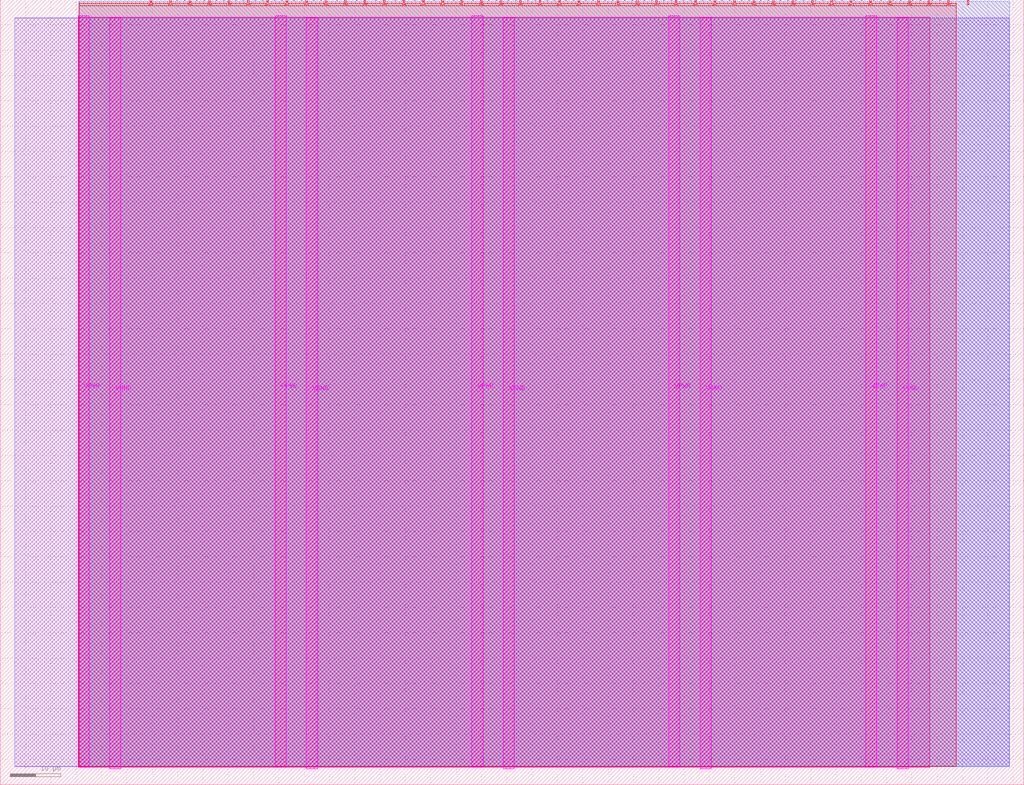
<source format=lef>
VERSION 5.7 ;
  NOWIREEXTENSIONATPIN ON ;
  DIVIDERCHAR "/" ;
  BUSBITCHARS "[]" ;
MACRO tt_um_luke_meta
  CLASS BLOCK ;
  FOREIGN tt_um_luke_meta ;
  ORIGIN 0.000 0.000 ;
  SIZE 202.080 BY 154.980 ;
  PIN VGND
    DIRECTION INOUT ;
    USE GROUND ;
    PORT
      LAYER TopMetal1 ;
        RECT 21.580 3.150 23.780 151.420 ;
    END
    PORT
      LAYER TopMetal1 ;
        RECT 60.450 3.150 62.650 151.420 ;
    END
    PORT
      LAYER TopMetal1 ;
        RECT 99.320 3.150 101.520 151.420 ;
    END
    PORT
      LAYER TopMetal1 ;
        RECT 138.190 3.150 140.390 151.420 ;
    END
    PORT
      LAYER TopMetal1 ;
        RECT 177.060 3.150 179.260 151.420 ;
    END
  END VGND
  PIN VPWR
    DIRECTION INOUT ;
    USE POWER ;
    PORT
      LAYER TopMetal1 ;
        RECT 15.380 3.560 17.580 151.830 ;
    END
    PORT
      LAYER TopMetal1 ;
        RECT 54.250 3.560 56.450 151.830 ;
    END
    PORT
      LAYER TopMetal1 ;
        RECT 93.120 3.560 95.320 151.830 ;
    END
    PORT
      LAYER TopMetal1 ;
        RECT 131.990 3.560 134.190 151.830 ;
    END
    PORT
      LAYER TopMetal1 ;
        RECT 170.860 3.560 173.060 151.830 ;
    END
  END VPWR
  PIN clk
    DIRECTION INPUT ;
    USE SIGNAL ;
    ANTENNAGATEAREA 0.725400 ;
    PORT
      LAYER Metal4 ;
        RECT 187.050 153.980 187.350 154.980 ;
    END
  END clk
  PIN ena
    DIRECTION INPUT ;
    USE SIGNAL ;
    PORT
      LAYER Metal4 ;
        RECT 190.890 153.980 191.190 154.980 ;
    END
  END ena
  PIN rst_n
    DIRECTION INPUT ;
    USE SIGNAL ;
    ANTENNAGATEAREA 0.180700 ;
    PORT
      LAYER Metal4 ;
        RECT 183.210 153.980 183.510 154.980 ;
    END
  END rst_n
  PIN ui_in[0]
    DIRECTION INPUT ;
    USE SIGNAL ;
    ANTENNAGATEAREA 0.180700 ;
    PORT
      LAYER Metal4 ;
        RECT 179.370 153.980 179.670 154.980 ;
    END
  END ui_in[0]
  PIN ui_in[1]
    DIRECTION INPUT ;
    USE SIGNAL ;
    ANTENNAGATEAREA 0.180700 ;
    PORT
      LAYER Metal4 ;
        RECT 175.530 153.980 175.830 154.980 ;
    END
  END ui_in[1]
  PIN ui_in[2]
    DIRECTION INPUT ;
    USE SIGNAL ;
    ANTENNAGATEAREA 0.180700 ;
    PORT
      LAYER Metal4 ;
        RECT 171.690 153.980 171.990 154.980 ;
    END
  END ui_in[2]
  PIN ui_in[3]
    DIRECTION INPUT ;
    USE SIGNAL ;
    ANTENNAGATEAREA 0.180700 ;
    PORT
      LAYER Metal4 ;
        RECT 167.850 153.980 168.150 154.980 ;
    END
  END ui_in[3]
  PIN ui_in[4]
    DIRECTION INPUT ;
    USE SIGNAL ;
    ANTENNAGATEAREA 0.180700 ;
    PORT
      LAYER Metal4 ;
        RECT 164.010 153.980 164.310 154.980 ;
    END
  END ui_in[4]
  PIN ui_in[5]
    DIRECTION INPUT ;
    USE SIGNAL ;
    ANTENNAGATEAREA 0.180700 ;
    PORT
      LAYER Metal4 ;
        RECT 160.170 153.980 160.470 154.980 ;
    END
  END ui_in[5]
  PIN ui_in[6]
    DIRECTION INPUT ;
    USE SIGNAL ;
    ANTENNAGATEAREA 0.180700 ;
    PORT
      LAYER Metal4 ;
        RECT 156.330 153.980 156.630 154.980 ;
    END
  END ui_in[6]
  PIN ui_in[7]
    DIRECTION INPUT ;
    USE SIGNAL ;
    PORT
      LAYER Metal4 ;
        RECT 152.490 153.980 152.790 154.980 ;
    END
  END ui_in[7]
  PIN uio_in[0]
    DIRECTION INPUT ;
    USE SIGNAL ;
    ANTENNAGATEAREA 0.180700 ;
    PORT
      LAYER Metal4 ;
        RECT 148.650 153.980 148.950 154.980 ;
    END
  END uio_in[0]
  PIN uio_in[1]
    DIRECTION INPUT ;
    USE SIGNAL ;
    ANTENNAGATEAREA 0.180700 ;
    PORT
      LAYER Metal4 ;
        RECT 144.810 153.980 145.110 154.980 ;
    END
  END uio_in[1]
  PIN uio_in[2]
    DIRECTION INPUT ;
    USE SIGNAL ;
    ANTENNAGATEAREA 0.180700 ;
    PORT
      LAYER Metal4 ;
        RECT 140.970 153.980 141.270 154.980 ;
    END
  END uio_in[2]
  PIN uio_in[3]
    DIRECTION INPUT ;
    USE SIGNAL ;
    ANTENNAGATEAREA 0.180700 ;
    PORT
      LAYER Metal4 ;
        RECT 137.130 153.980 137.430 154.980 ;
    END
  END uio_in[3]
  PIN uio_in[4]
    DIRECTION INPUT ;
    USE SIGNAL ;
    ANTENNAGATEAREA 0.180700 ;
    PORT
      LAYER Metal4 ;
        RECT 133.290 153.980 133.590 154.980 ;
    END
  END uio_in[4]
  PIN uio_in[5]
    DIRECTION INPUT ;
    USE SIGNAL ;
    ANTENNAGATEAREA 0.180700 ;
    PORT
      LAYER Metal4 ;
        RECT 129.450 153.980 129.750 154.980 ;
    END
  END uio_in[5]
  PIN uio_in[6]
    DIRECTION INPUT ;
    USE SIGNAL ;
    ANTENNAGATEAREA 0.180700 ;
    PORT
      LAYER Metal4 ;
        RECT 125.610 153.980 125.910 154.980 ;
    END
  END uio_in[6]
  PIN uio_in[7]
    DIRECTION INPUT ;
    USE SIGNAL ;
    PORT
      LAYER Metal4 ;
        RECT 121.770 153.980 122.070 154.980 ;
    END
  END uio_in[7]
  PIN uio_oe[0]
    DIRECTION OUTPUT ;
    USE SIGNAL ;
    ANTENNADIFFAREA 0.299200 ;
    PORT
      LAYER Metal4 ;
        RECT 56.490 153.980 56.790 154.980 ;
    END
  END uio_oe[0]
  PIN uio_oe[1]
    DIRECTION OUTPUT ;
    USE SIGNAL ;
    ANTENNADIFFAREA 0.299200 ;
    PORT
      LAYER Metal4 ;
        RECT 52.650 153.980 52.950 154.980 ;
    END
  END uio_oe[1]
  PIN uio_oe[2]
    DIRECTION OUTPUT ;
    USE SIGNAL ;
    ANTENNADIFFAREA 0.299200 ;
    PORT
      LAYER Metal4 ;
        RECT 48.810 153.980 49.110 154.980 ;
    END
  END uio_oe[2]
  PIN uio_oe[3]
    DIRECTION OUTPUT ;
    USE SIGNAL ;
    ANTENNADIFFAREA 0.299200 ;
    PORT
      LAYER Metal4 ;
        RECT 44.970 153.980 45.270 154.980 ;
    END
  END uio_oe[3]
  PIN uio_oe[4]
    DIRECTION OUTPUT ;
    USE SIGNAL ;
    ANTENNADIFFAREA 0.299200 ;
    PORT
      LAYER Metal4 ;
        RECT 41.130 153.980 41.430 154.980 ;
    END
  END uio_oe[4]
  PIN uio_oe[5]
    DIRECTION OUTPUT ;
    USE SIGNAL ;
    ANTENNADIFFAREA 0.299200 ;
    PORT
      LAYER Metal4 ;
        RECT 37.290 153.980 37.590 154.980 ;
    END
  END uio_oe[5]
  PIN uio_oe[6]
    DIRECTION OUTPUT ;
    USE SIGNAL ;
    ANTENNADIFFAREA 0.299200 ;
    PORT
      LAYER Metal4 ;
        RECT 33.450 153.980 33.750 154.980 ;
    END
  END uio_oe[6]
  PIN uio_oe[7]
    DIRECTION OUTPUT ;
    USE SIGNAL ;
    ANTENNADIFFAREA 0.299200 ;
    PORT
      LAYER Metal4 ;
        RECT 29.610 153.980 29.910 154.980 ;
    END
  END uio_oe[7]
  PIN uio_out[0]
    DIRECTION OUTPUT ;
    USE SIGNAL ;
    ANTENNADIFFAREA 0.299200 ;
    PORT
      LAYER Metal4 ;
        RECT 87.210 153.980 87.510 154.980 ;
    END
  END uio_out[0]
  PIN uio_out[1]
    DIRECTION OUTPUT ;
    USE SIGNAL ;
    ANTENNADIFFAREA 0.299200 ;
    PORT
      LAYER Metal4 ;
        RECT 83.370 153.980 83.670 154.980 ;
    END
  END uio_out[1]
  PIN uio_out[2]
    DIRECTION OUTPUT ;
    USE SIGNAL ;
    ANTENNADIFFAREA 0.299200 ;
    PORT
      LAYER Metal4 ;
        RECT 79.530 153.980 79.830 154.980 ;
    END
  END uio_out[2]
  PIN uio_out[3]
    DIRECTION OUTPUT ;
    USE SIGNAL ;
    ANTENNADIFFAREA 0.299200 ;
    PORT
      LAYER Metal4 ;
        RECT 75.690 153.980 75.990 154.980 ;
    END
  END uio_out[3]
  PIN uio_out[4]
    DIRECTION OUTPUT ;
    USE SIGNAL ;
    ANTENNADIFFAREA 0.299200 ;
    PORT
      LAYER Metal4 ;
        RECT 71.850 153.980 72.150 154.980 ;
    END
  END uio_out[4]
  PIN uio_out[5]
    DIRECTION OUTPUT ;
    USE SIGNAL ;
    ANTENNADIFFAREA 0.299200 ;
    PORT
      LAYER Metal4 ;
        RECT 68.010 153.980 68.310 154.980 ;
    END
  END uio_out[5]
  PIN uio_out[6]
    DIRECTION OUTPUT ;
    USE SIGNAL ;
    ANTENNADIFFAREA 0.299200 ;
    PORT
      LAYER Metal4 ;
        RECT 64.170 153.980 64.470 154.980 ;
    END
  END uio_out[6]
  PIN uio_out[7]
    DIRECTION OUTPUT ;
    USE SIGNAL ;
    ANTENNADIFFAREA 0.299200 ;
    PORT
      LAYER Metal4 ;
        RECT 60.330 153.980 60.630 154.980 ;
    END
  END uio_out[7]
  PIN uo_out[0]
    DIRECTION OUTPUT ;
    USE SIGNAL ;
    ANTENNADIFFAREA 0.706400 ;
    PORT
      LAYER Metal4 ;
        RECT 117.930 153.980 118.230 154.980 ;
    END
  END uo_out[0]
  PIN uo_out[1]
    DIRECTION OUTPUT ;
    USE SIGNAL ;
    ANTENNADIFFAREA 0.733200 ;
    PORT
      LAYER Metal4 ;
        RECT 114.090 153.980 114.390 154.980 ;
    END
  END uo_out[1]
  PIN uo_out[2]
    DIRECTION OUTPUT ;
    USE SIGNAL ;
    ANTENNADIFFAREA 0.662000 ;
    PORT
      LAYER Metal4 ;
        RECT 110.250 153.980 110.550 154.980 ;
    END
  END uo_out[2]
  PIN uo_out[3]
    DIRECTION OUTPUT ;
    USE SIGNAL ;
    ANTENNADIFFAREA 0.733200 ;
    PORT
      LAYER Metal4 ;
        RECT 106.410 153.980 106.710 154.980 ;
    END
  END uo_out[3]
  PIN uo_out[4]
    DIRECTION OUTPUT ;
    USE SIGNAL ;
    ANTENNADIFFAREA 0.733200 ;
    PORT
      LAYER Metal4 ;
        RECT 102.570 153.980 102.870 154.980 ;
    END
  END uo_out[4]
  PIN uo_out[5]
    DIRECTION OUTPUT ;
    USE SIGNAL ;
    ANTENNADIFFAREA 0.733200 ;
    PORT
      LAYER Metal4 ;
        RECT 98.730 153.980 99.030 154.980 ;
    END
  END uo_out[5]
  PIN uo_out[6]
    DIRECTION OUTPUT ;
    USE SIGNAL ;
    ANTENNADIFFAREA 0.733200 ;
    PORT
      LAYER Metal4 ;
        RECT 94.890 153.980 95.190 154.980 ;
    END
  END uo_out[6]
  PIN uo_out[7]
    DIRECTION OUTPUT ;
    USE SIGNAL ;
    ANTENNADIFFAREA 0.708600 ;
    PORT
      LAYER Metal4 ;
        RECT 91.050 153.980 91.350 154.980 ;
    END
  END uo_out[7]
  OBS
      LAYER GatPoly ;
        RECT 2.880 3.630 199.200 151.350 ;
      LAYER Metal1 ;
        RECT 2.880 3.560 199.200 151.420 ;
      LAYER Metal2 ;
        RECT 15.560 3.635 199.305 154.705 ;
      LAYER Metal3 ;
        RECT 15.515 3.680 199.345 154.660 ;
      LAYER Metal4 ;
        RECT 15.560 153.770 29.400 154.240 ;
        RECT 30.120 153.770 33.240 154.240 ;
        RECT 33.960 153.770 37.080 154.240 ;
        RECT 37.800 153.770 40.920 154.240 ;
        RECT 41.640 153.770 44.760 154.240 ;
        RECT 45.480 153.770 48.600 154.240 ;
        RECT 49.320 153.770 52.440 154.240 ;
        RECT 53.160 153.770 56.280 154.240 ;
        RECT 57.000 153.770 60.120 154.240 ;
        RECT 60.840 153.770 63.960 154.240 ;
        RECT 64.680 153.770 67.800 154.240 ;
        RECT 68.520 153.770 71.640 154.240 ;
        RECT 72.360 153.770 75.480 154.240 ;
        RECT 76.200 153.770 79.320 154.240 ;
        RECT 80.040 153.770 83.160 154.240 ;
        RECT 83.880 153.770 87.000 154.240 ;
        RECT 87.720 153.770 90.840 154.240 ;
        RECT 91.560 153.770 94.680 154.240 ;
        RECT 95.400 153.770 98.520 154.240 ;
        RECT 99.240 153.770 102.360 154.240 ;
        RECT 103.080 153.770 106.200 154.240 ;
        RECT 106.920 153.770 110.040 154.240 ;
        RECT 110.760 153.770 113.880 154.240 ;
        RECT 114.600 153.770 117.720 154.240 ;
        RECT 118.440 153.770 121.560 154.240 ;
        RECT 122.280 153.770 125.400 154.240 ;
        RECT 126.120 153.770 129.240 154.240 ;
        RECT 129.960 153.770 133.080 154.240 ;
        RECT 133.800 153.770 136.920 154.240 ;
        RECT 137.640 153.770 140.760 154.240 ;
        RECT 141.480 153.770 144.600 154.240 ;
        RECT 145.320 153.770 148.440 154.240 ;
        RECT 149.160 153.770 152.280 154.240 ;
        RECT 153.000 153.770 156.120 154.240 ;
        RECT 156.840 153.770 159.960 154.240 ;
        RECT 160.680 153.770 163.800 154.240 ;
        RECT 164.520 153.770 167.640 154.240 ;
        RECT 168.360 153.770 171.480 154.240 ;
        RECT 172.200 153.770 175.320 154.240 ;
        RECT 176.040 153.770 179.160 154.240 ;
        RECT 179.880 153.770 183.000 154.240 ;
        RECT 183.720 153.770 186.840 154.240 ;
        RECT 187.560 153.770 188.740 154.240 ;
        RECT 15.560 3.635 188.740 153.770 ;
      LAYER Metal5 ;
        RECT 15.515 3.470 183.505 151.510 ;
  END
END tt_um_luke_meta
END LIBRARY


</source>
